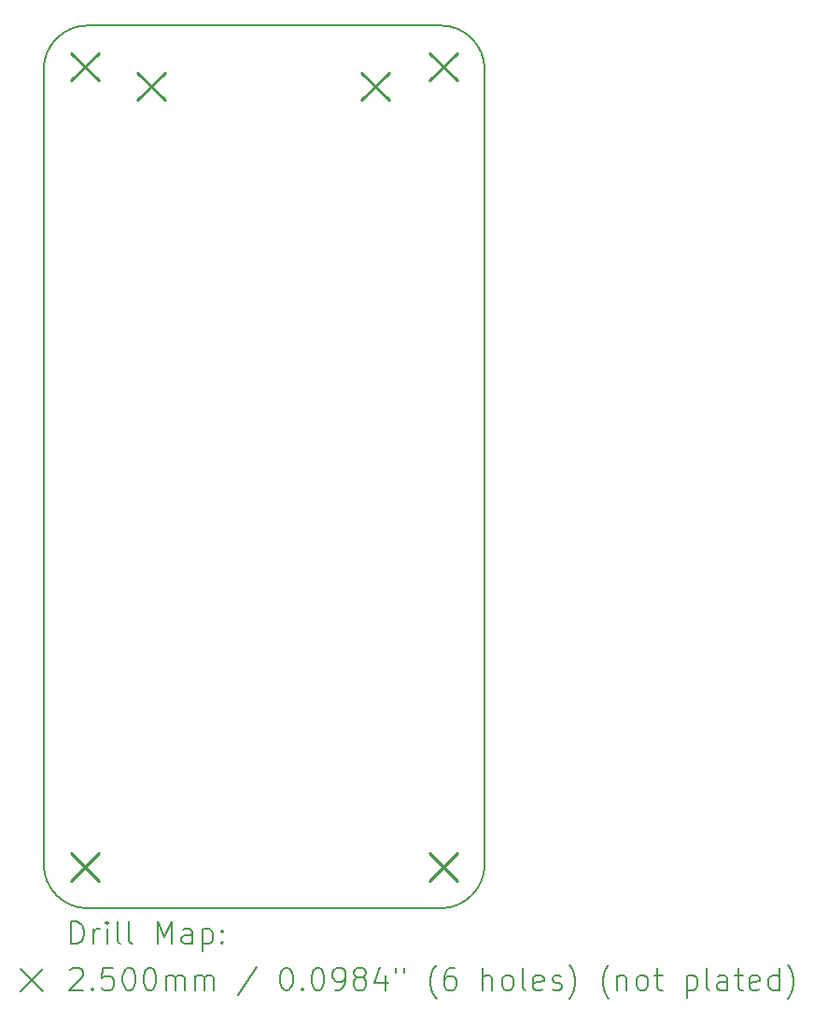
<source format=gbr>
%TF.GenerationSoftware,KiCad,Pcbnew,9.0.1-9.0.1-0~ubuntu24.04.1*%
%TF.CreationDate,2025-04-10T17:48:20-04:00*%
%TF.ProjectId,temperature_sensor,74656d70-6572-4617-9475-72655f73656e,rev?*%
%TF.SameCoordinates,Original*%
%TF.FileFunction,Drillmap*%
%TF.FilePolarity,Positive*%
%FSLAX45Y45*%
G04 Gerber Fmt 4.5, Leading zero omitted, Abs format (unit mm)*
G04 Created by KiCad (PCBNEW 9.0.1-9.0.1-0~ubuntu24.04.1) date 2025-04-10 17:48:20*
%MOMM*%
%LPD*%
G01*
G04 APERTURE LIST*
%ADD10C,0.200000*%
%ADD11C,0.250000*%
G04 APERTURE END LIST*
D10*
X16051700Y-5209400D02*
G75*
G02*
X16451700Y-5609400I0J-400000D01*
G01*
X16451700Y-12809400D02*
G75*
G02*
X16051700Y-13209400I-400000J0D01*
G01*
X16051700Y-13209400D02*
X12851700Y-13209400D01*
X16451700Y-5609400D02*
X16451700Y-12809400D01*
X12451700Y-12809400D02*
X12451700Y-5609400D01*
X12851700Y-13209400D02*
G75*
G02*
X12451700Y-12809400I0J400000D01*
G01*
X12451700Y-5609400D02*
G75*
G02*
X12851700Y-5209400I400000J0D01*
G01*
X12851700Y-5209400D02*
X16051700Y-5209400D01*
D11*
X12701700Y-5459400D02*
X12951700Y-5709400D01*
X12951700Y-5459400D02*
X12701700Y-5709400D01*
X12701700Y-12709400D02*
X12951700Y-12959400D01*
X12951700Y-12709400D02*
X12701700Y-12959400D01*
X13304100Y-5638200D02*
X13554100Y-5888200D01*
X13554100Y-5638200D02*
X13304100Y-5888200D01*
X15336100Y-5638200D02*
X15586100Y-5888200D01*
X15586100Y-5638200D02*
X15336100Y-5888200D01*
X15951700Y-5459400D02*
X16201700Y-5709400D01*
X16201700Y-5459400D02*
X15951700Y-5709400D01*
X15951700Y-12709400D02*
X16201700Y-12959400D01*
X16201700Y-12709400D02*
X15951700Y-12959400D01*
D10*
X12702477Y-13530884D02*
X12702477Y-13330884D01*
X12702477Y-13330884D02*
X12750096Y-13330884D01*
X12750096Y-13330884D02*
X12778667Y-13340408D01*
X12778667Y-13340408D02*
X12797715Y-13359455D01*
X12797715Y-13359455D02*
X12807239Y-13378503D01*
X12807239Y-13378503D02*
X12816762Y-13416598D01*
X12816762Y-13416598D02*
X12816762Y-13445169D01*
X12816762Y-13445169D02*
X12807239Y-13483265D01*
X12807239Y-13483265D02*
X12797715Y-13502312D01*
X12797715Y-13502312D02*
X12778667Y-13521360D01*
X12778667Y-13521360D02*
X12750096Y-13530884D01*
X12750096Y-13530884D02*
X12702477Y-13530884D01*
X12902477Y-13530884D02*
X12902477Y-13397550D01*
X12902477Y-13435646D02*
X12912001Y-13416598D01*
X12912001Y-13416598D02*
X12921524Y-13407074D01*
X12921524Y-13407074D02*
X12940572Y-13397550D01*
X12940572Y-13397550D02*
X12959620Y-13397550D01*
X13026286Y-13530884D02*
X13026286Y-13397550D01*
X13026286Y-13330884D02*
X13016762Y-13340408D01*
X13016762Y-13340408D02*
X13026286Y-13349931D01*
X13026286Y-13349931D02*
X13035810Y-13340408D01*
X13035810Y-13340408D02*
X13026286Y-13330884D01*
X13026286Y-13330884D02*
X13026286Y-13349931D01*
X13150096Y-13530884D02*
X13131048Y-13521360D01*
X13131048Y-13521360D02*
X13121524Y-13502312D01*
X13121524Y-13502312D02*
X13121524Y-13330884D01*
X13254858Y-13530884D02*
X13235810Y-13521360D01*
X13235810Y-13521360D02*
X13226286Y-13502312D01*
X13226286Y-13502312D02*
X13226286Y-13330884D01*
X13483429Y-13530884D02*
X13483429Y-13330884D01*
X13483429Y-13330884D02*
X13550096Y-13473741D01*
X13550096Y-13473741D02*
X13616762Y-13330884D01*
X13616762Y-13330884D02*
X13616762Y-13530884D01*
X13797715Y-13530884D02*
X13797715Y-13426122D01*
X13797715Y-13426122D02*
X13788191Y-13407074D01*
X13788191Y-13407074D02*
X13769143Y-13397550D01*
X13769143Y-13397550D02*
X13731048Y-13397550D01*
X13731048Y-13397550D02*
X13712001Y-13407074D01*
X13797715Y-13521360D02*
X13778667Y-13530884D01*
X13778667Y-13530884D02*
X13731048Y-13530884D01*
X13731048Y-13530884D02*
X13712001Y-13521360D01*
X13712001Y-13521360D02*
X13702477Y-13502312D01*
X13702477Y-13502312D02*
X13702477Y-13483265D01*
X13702477Y-13483265D02*
X13712001Y-13464217D01*
X13712001Y-13464217D02*
X13731048Y-13454693D01*
X13731048Y-13454693D02*
X13778667Y-13454693D01*
X13778667Y-13454693D02*
X13797715Y-13445169D01*
X13892953Y-13397550D02*
X13892953Y-13597550D01*
X13892953Y-13407074D02*
X13912001Y-13397550D01*
X13912001Y-13397550D02*
X13950096Y-13397550D01*
X13950096Y-13397550D02*
X13969143Y-13407074D01*
X13969143Y-13407074D02*
X13978667Y-13416598D01*
X13978667Y-13416598D02*
X13988191Y-13435646D01*
X13988191Y-13435646D02*
X13988191Y-13492788D01*
X13988191Y-13492788D02*
X13978667Y-13511836D01*
X13978667Y-13511836D02*
X13969143Y-13521360D01*
X13969143Y-13521360D02*
X13950096Y-13530884D01*
X13950096Y-13530884D02*
X13912001Y-13530884D01*
X13912001Y-13530884D02*
X13892953Y-13521360D01*
X14073905Y-13511836D02*
X14083429Y-13521360D01*
X14083429Y-13521360D02*
X14073905Y-13530884D01*
X14073905Y-13530884D02*
X14064382Y-13521360D01*
X14064382Y-13521360D02*
X14073905Y-13511836D01*
X14073905Y-13511836D02*
X14073905Y-13530884D01*
X14073905Y-13407074D02*
X14083429Y-13416598D01*
X14083429Y-13416598D02*
X14073905Y-13426122D01*
X14073905Y-13426122D02*
X14064382Y-13416598D01*
X14064382Y-13416598D02*
X14073905Y-13407074D01*
X14073905Y-13407074D02*
X14073905Y-13426122D01*
X12241700Y-13759400D02*
X12441700Y-13959400D01*
X12441700Y-13759400D02*
X12241700Y-13959400D01*
X12692953Y-13769931D02*
X12702477Y-13760408D01*
X12702477Y-13760408D02*
X12721524Y-13750884D01*
X12721524Y-13750884D02*
X12769143Y-13750884D01*
X12769143Y-13750884D02*
X12788191Y-13760408D01*
X12788191Y-13760408D02*
X12797715Y-13769931D01*
X12797715Y-13769931D02*
X12807239Y-13788979D01*
X12807239Y-13788979D02*
X12807239Y-13808027D01*
X12807239Y-13808027D02*
X12797715Y-13836598D01*
X12797715Y-13836598D02*
X12683429Y-13950884D01*
X12683429Y-13950884D02*
X12807239Y-13950884D01*
X12892953Y-13931836D02*
X12902477Y-13941360D01*
X12902477Y-13941360D02*
X12892953Y-13950884D01*
X12892953Y-13950884D02*
X12883429Y-13941360D01*
X12883429Y-13941360D02*
X12892953Y-13931836D01*
X12892953Y-13931836D02*
X12892953Y-13950884D01*
X13083429Y-13750884D02*
X12988191Y-13750884D01*
X12988191Y-13750884D02*
X12978667Y-13846122D01*
X12978667Y-13846122D02*
X12988191Y-13836598D01*
X12988191Y-13836598D02*
X13007239Y-13827074D01*
X13007239Y-13827074D02*
X13054858Y-13827074D01*
X13054858Y-13827074D02*
X13073905Y-13836598D01*
X13073905Y-13836598D02*
X13083429Y-13846122D01*
X13083429Y-13846122D02*
X13092953Y-13865169D01*
X13092953Y-13865169D02*
X13092953Y-13912788D01*
X13092953Y-13912788D02*
X13083429Y-13931836D01*
X13083429Y-13931836D02*
X13073905Y-13941360D01*
X13073905Y-13941360D02*
X13054858Y-13950884D01*
X13054858Y-13950884D02*
X13007239Y-13950884D01*
X13007239Y-13950884D02*
X12988191Y-13941360D01*
X12988191Y-13941360D02*
X12978667Y-13931836D01*
X13216762Y-13750884D02*
X13235810Y-13750884D01*
X13235810Y-13750884D02*
X13254858Y-13760408D01*
X13254858Y-13760408D02*
X13264382Y-13769931D01*
X13264382Y-13769931D02*
X13273905Y-13788979D01*
X13273905Y-13788979D02*
X13283429Y-13827074D01*
X13283429Y-13827074D02*
X13283429Y-13874693D01*
X13283429Y-13874693D02*
X13273905Y-13912788D01*
X13273905Y-13912788D02*
X13264382Y-13931836D01*
X13264382Y-13931836D02*
X13254858Y-13941360D01*
X13254858Y-13941360D02*
X13235810Y-13950884D01*
X13235810Y-13950884D02*
X13216762Y-13950884D01*
X13216762Y-13950884D02*
X13197715Y-13941360D01*
X13197715Y-13941360D02*
X13188191Y-13931836D01*
X13188191Y-13931836D02*
X13178667Y-13912788D01*
X13178667Y-13912788D02*
X13169143Y-13874693D01*
X13169143Y-13874693D02*
X13169143Y-13827074D01*
X13169143Y-13827074D02*
X13178667Y-13788979D01*
X13178667Y-13788979D02*
X13188191Y-13769931D01*
X13188191Y-13769931D02*
X13197715Y-13760408D01*
X13197715Y-13760408D02*
X13216762Y-13750884D01*
X13407239Y-13750884D02*
X13426286Y-13750884D01*
X13426286Y-13750884D02*
X13445334Y-13760408D01*
X13445334Y-13760408D02*
X13454858Y-13769931D01*
X13454858Y-13769931D02*
X13464382Y-13788979D01*
X13464382Y-13788979D02*
X13473905Y-13827074D01*
X13473905Y-13827074D02*
X13473905Y-13874693D01*
X13473905Y-13874693D02*
X13464382Y-13912788D01*
X13464382Y-13912788D02*
X13454858Y-13931836D01*
X13454858Y-13931836D02*
X13445334Y-13941360D01*
X13445334Y-13941360D02*
X13426286Y-13950884D01*
X13426286Y-13950884D02*
X13407239Y-13950884D01*
X13407239Y-13950884D02*
X13388191Y-13941360D01*
X13388191Y-13941360D02*
X13378667Y-13931836D01*
X13378667Y-13931836D02*
X13369143Y-13912788D01*
X13369143Y-13912788D02*
X13359620Y-13874693D01*
X13359620Y-13874693D02*
X13359620Y-13827074D01*
X13359620Y-13827074D02*
X13369143Y-13788979D01*
X13369143Y-13788979D02*
X13378667Y-13769931D01*
X13378667Y-13769931D02*
X13388191Y-13760408D01*
X13388191Y-13760408D02*
X13407239Y-13750884D01*
X13559620Y-13950884D02*
X13559620Y-13817550D01*
X13559620Y-13836598D02*
X13569143Y-13827074D01*
X13569143Y-13827074D02*
X13588191Y-13817550D01*
X13588191Y-13817550D02*
X13616763Y-13817550D01*
X13616763Y-13817550D02*
X13635810Y-13827074D01*
X13635810Y-13827074D02*
X13645334Y-13846122D01*
X13645334Y-13846122D02*
X13645334Y-13950884D01*
X13645334Y-13846122D02*
X13654858Y-13827074D01*
X13654858Y-13827074D02*
X13673905Y-13817550D01*
X13673905Y-13817550D02*
X13702477Y-13817550D01*
X13702477Y-13817550D02*
X13721524Y-13827074D01*
X13721524Y-13827074D02*
X13731048Y-13846122D01*
X13731048Y-13846122D02*
X13731048Y-13950884D01*
X13826286Y-13950884D02*
X13826286Y-13817550D01*
X13826286Y-13836598D02*
X13835810Y-13827074D01*
X13835810Y-13827074D02*
X13854858Y-13817550D01*
X13854858Y-13817550D02*
X13883429Y-13817550D01*
X13883429Y-13817550D02*
X13902477Y-13827074D01*
X13902477Y-13827074D02*
X13912001Y-13846122D01*
X13912001Y-13846122D02*
X13912001Y-13950884D01*
X13912001Y-13846122D02*
X13921524Y-13827074D01*
X13921524Y-13827074D02*
X13940572Y-13817550D01*
X13940572Y-13817550D02*
X13969143Y-13817550D01*
X13969143Y-13817550D02*
X13988191Y-13827074D01*
X13988191Y-13827074D02*
X13997715Y-13846122D01*
X13997715Y-13846122D02*
X13997715Y-13950884D01*
X14388191Y-13741360D02*
X14216763Y-13998503D01*
X14645334Y-13750884D02*
X14664382Y-13750884D01*
X14664382Y-13750884D02*
X14683429Y-13760408D01*
X14683429Y-13760408D02*
X14692953Y-13769931D01*
X14692953Y-13769931D02*
X14702477Y-13788979D01*
X14702477Y-13788979D02*
X14712001Y-13827074D01*
X14712001Y-13827074D02*
X14712001Y-13874693D01*
X14712001Y-13874693D02*
X14702477Y-13912788D01*
X14702477Y-13912788D02*
X14692953Y-13931836D01*
X14692953Y-13931836D02*
X14683429Y-13941360D01*
X14683429Y-13941360D02*
X14664382Y-13950884D01*
X14664382Y-13950884D02*
X14645334Y-13950884D01*
X14645334Y-13950884D02*
X14626286Y-13941360D01*
X14626286Y-13941360D02*
X14616763Y-13931836D01*
X14616763Y-13931836D02*
X14607239Y-13912788D01*
X14607239Y-13912788D02*
X14597715Y-13874693D01*
X14597715Y-13874693D02*
X14597715Y-13827074D01*
X14597715Y-13827074D02*
X14607239Y-13788979D01*
X14607239Y-13788979D02*
X14616763Y-13769931D01*
X14616763Y-13769931D02*
X14626286Y-13760408D01*
X14626286Y-13760408D02*
X14645334Y-13750884D01*
X14797715Y-13931836D02*
X14807239Y-13941360D01*
X14807239Y-13941360D02*
X14797715Y-13950884D01*
X14797715Y-13950884D02*
X14788191Y-13941360D01*
X14788191Y-13941360D02*
X14797715Y-13931836D01*
X14797715Y-13931836D02*
X14797715Y-13950884D01*
X14931048Y-13750884D02*
X14950096Y-13750884D01*
X14950096Y-13750884D02*
X14969144Y-13760408D01*
X14969144Y-13760408D02*
X14978667Y-13769931D01*
X14978667Y-13769931D02*
X14988191Y-13788979D01*
X14988191Y-13788979D02*
X14997715Y-13827074D01*
X14997715Y-13827074D02*
X14997715Y-13874693D01*
X14997715Y-13874693D02*
X14988191Y-13912788D01*
X14988191Y-13912788D02*
X14978667Y-13931836D01*
X14978667Y-13931836D02*
X14969144Y-13941360D01*
X14969144Y-13941360D02*
X14950096Y-13950884D01*
X14950096Y-13950884D02*
X14931048Y-13950884D01*
X14931048Y-13950884D02*
X14912001Y-13941360D01*
X14912001Y-13941360D02*
X14902477Y-13931836D01*
X14902477Y-13931836D02*
X14892953Y-13912788D01*
X14892953Y-13912788D02*
X14883429Y-13874693D01*
X14883429Y-13874693D02*
X14883429Y-13827074D01*
X14883429Y-13827074D02*
X14892953Y-13788979D01*
X14892953Y-13788979D02*
X14902477Y-13769931D01*
X14902477Y-13769931D02*
X14912001Y-13760408D01*
X14912001Y-13760408D02*
X14931048Y-13750884D01*
X15092953Y-13950884D02*
X15131048Y-13950884D01*
X15131048Y-13950884D02*
X15150096Y-13941360D01*
X15150096Y-13941360D02*
X15159620Y-13931836D01*
X15159620Y-13931836D02*
X15178667Y-13903265D01*
X15178667Y-13903265D02*
X15188191Y-13865169D01*
X15188191Y-13865169D02*
X15188191Y-13788979D01*
X15188191Y-13788979D02*
X15178667Y-13769931D01*
X15178667Y-13769931D02*
X15169144Y-13760408D01*
X15169144Y-13760408D02*
X15150096Y-13750884D01*
X15150096Y-13750884D02*
X15112001Y-13750884D01*
X15112001Y-13750884D02*
X15092953Y-13760408D01*
X15092953Y-13760408D02*
X15083429Y-13769931D01*
X15083429Y-13769931D02*
X15073906Y-13788979D01*
X15073906Y-13788979D02*
X15073906Y-13836598D01*
X15073906Y-13836598D02*
X15083429Y-13855646D01*
X15083429Y-13855646D02*
X15092953Y-13865169D01*
X15092953Y-13865169D02*
X15112001Y-13874693D01*
X15112001Y-13874693D02*
X15150096Y-13874693D01*
X15150096Y-13874693D02*
X15169144Y-13865169D01*
X15169144Y-13865169D02*
X15178667Y-13855646D01*
X15178667Y-13855646D02*
X15188191Y-13836598D01*
X15302477Y-13836598D02*
X15283429Y-13827074D01*
X15283429Y-13827074D02*
X15273906Y-13817550D01*
X15273906Y-13817550D02*
X15264382Y-13798503D01*
X15264382Y-13798503D02*
X15264382Y-13788979D01*
X15264382Y-13788979D02*
X15273906Y-13769931D01*
X15273906Y-13769931D02*
X15283429Y-13760408D01*
X15283429Y-13760408D02*
X15302477Y-13750884D01*
X15302477Y-13750884D02*
X15340572Y-13750884D01*
X15340572Y-13750884D02*
X15359620Y-13760408D01*
X15359620Y-13760408D02*
X15369144Y-13769931D01*
X15369144Y-13769931D02*
X15378667Y-13788979D01*
X15378667Y-13788979D02*
X15378667Y-13798503D01*
X15378667Y-13798503D02*
X15369144Y-13817550D01*
X15369144Y-13817550D02*
X15359620Y-13827074D01*
X15359620Y-13827074D02*
X15340572Y-13836598D01*
X15340572Y-13836598D02*
X15302477Y-13836598D01*
X15302477Y-13836598D02*
X15283429Y-13846122D01*
X15283429Y-13846122D02*
X15273906Y-13855646D01*
X15273906Y-13855646D02*
X15264382Y-13874693D01*
X15264382Y-13874693D02*
X15264382Y-13912788D01*
X15264382Y-13912788D02*
X15273906Y-13931836D01*
X15273906Y-13931836D02*
X15283429Y-13941360D01*
X15283429Y-13941360D02*
X15302477Y-13950884D01*
X15302477Y-13950884D02*
X15340572Y-13950884D01*
X15340572Y-13950884D02*
X15359620Y-13941360D01*
X15359620Y-13941360D02*
X15369144Y-13931836D01*
X15369144Y-13931836D02*
X15378667Y-13912788D01*
X15378667Y-13912788D02*
X15378667Y-13874693D01*
X15378667Y-13874693D02*
X15369144Y-13855646D01*
X15369144Y-13855646D02*
X15359620Y-13846122D01*
X15359620Y-13846122D02*
X15340572Y-13836598D01*
X15550096Y-13817550D02*
X15550096Y-13950884D01*
X15502477Y-13741360D02*
X15454858Y-13884217D01*
X15454858Y-13884217D02*
X15578667Y-13884217D01*
X15645334Y-13750884D02*
X15645334Y-13788979D01*
X15721525Y-13750884D02*
X15721525Y-13788979D01*
X16016763Y-14027074D02*
X16007239Y-14017550D01*
X16007239Y-14017550D02*
X15988191Y-13988979D01*
X15988191Y-13988979D02*
X15978668Y-13969931D01*
X15978668Y-13969931D02*
X15969144Y-13941360D01*
X15969144Y-13941360D02*
X15959620Y-13893741D01*
X15959620Y-13893741D02*
X15959620Y-13855646D01*
X15959620Y-13855646D02*
X15969144Y-13808027D01*
X15969144Y-13808027D02*
X15978668Y-13779455D01*
X15978668Y-13779455D02*
X15988191Y-13760408D01*
X15988191Y-13760408D02*
X16007239Y-13731836D01*
X16007239Y-13731836D02*
X16016763Y-13722312D01*
X16178668Y-13750884D02*
X16140572Y-13750884D01*
X16140572Y-13750884D02*
X16121525Y-13760408D01*
X16121525Y-13760408D02*
X16112001Y-13769931D01*
X16112001Y-13769931D02*
X16092953Y-13798503D01*
X16092953Y-13798503D02*
X16083429Y-13836598D01*
X16083429Y-13836598D02*
X16083429Y-13912788D01*
X16083429Y-13912788D02*
X16092953Y-13931836D01*
X16092953Y-13931836D02*
X16102477Y-13941360D01*
X16102477Y-13941360D02*
X16121525Y-13950884D01*
X16121525Y-13950884D02*
X16159620Y-13950884D01*
X16159620Y-13950884D02*
X16178668Y-13941360D01*
X16178668Y-13941360D02*
X16188191Y-13931836D01*
X16188191Y-13931836D02*
X16197715Y-13912788D01*
X16197715Y-13912788D02*
X16197715Y-13865169D01*
X16197715Y-13865169D02*
X16188191Y-13846122D01*
X16188191Y-13846122D02*
X16178668Y-13836598D01*
X16178668Y-13836598D02*
X16159620Y-13827074D01*
X16159620Y-13827074D02*
X16121525Y-13827074D01*
X16121525Y-13827074D02*
X16102477Y-13836598D01*
X16102477Y-13836598D02*
X16092953Y-13846122D01*
X16092953Y-13846122D02*
X16083429Y-13865169D01*
X16435810Y-13950884D02*
X16435810Y-13750884D01*
X16521525Y-13950884D02*
X16521525Y-13846122D01*
X16521525Y-13846122D02*
X16512001Y-13827074D01*
X16512001Y-13827074D02*
X16492953Y-13817550D01*
X16492953Y-13817550D02*
X16464382Y-13817550D01*
X16464382Y-13817550D02*
X16445334Y-13827074D01*
X16445334Y-13827074D02*
X16435810Y-13836598D01*
X16645334Y-13950884D02*
X16626287Y-13941360D01*
X16626287Y-13941360D02*
X16616763Y-13931836D01*
X16616763Y-13931836D02*
X16607239Y-13912788D01*
X16607239Y-13912788D02*
X16607239Y-13855646D01*
X16607239Y-13855646D02*
X16616763Y-13836598D01*
X16616763Y-13836598D02*
X16626287Y-13827074D01*
X16626287Y-13827074D02*
X16645334Y-13817550D01*
X16645334Y-13817550D02*
X16673906Y-13817550D01*
X16673906Y-13817550D02*
X16692953Y-13827074D01*
X16692953Y-13827074D02*
X16702477Y-13836598D01*
X16702477Y-13836598D02*
X16712001Y-13855646D01*
X16712001Y-13855646D02*
X16712001Y-13912788D01*
X16712001Y-13912788D02*
X16702477Y-13931836D01*
X16702477Y-13931836D02*
X16692953Y-13941360D01*
X16692953Y-13941360D02*
X16673906Y-13950884D01*
X16673906Y-13950884D02*
X16645334Y-13950884D01*
X16826287Y-13950884D02*
X16807239Y-13941360D01*
X16807239Y-13941360D02*
X16797715Y-13922312D01*
X16797715Y-13922312D02*
X16797715Y-13750884D01*
X16978668Y-13941360D02*
X16959620Y-13950884D01*
X16959620Y-13950884D02*
X16921525Y-13950884D01*
X16921525Y-13950884D02*
X16902477Y-13941360D01*
X16902477Y-13941360D02*
X16892953Y-13922312D01*
X16892953Y-13922312D02*
X16892953Y-13846122D01*
X16892953Y-13846122D02*
X16902477Y-13827074D01*
X16902477Y-13827074D02*
X16921525Y-13817550D01*
X16921525Y-13817550D02*
X16959620Y-13817550D01*
X16959620Y-13817550D02*
X16978668Y-13827074D01*
X16978668Y-13827074D02*
X16988192Y-13846122D01*
X16988192Y-13846122D02*
X16988192Y-13865169D01*
X16988192Y-13865169D02*
X16892953Y-13884217D01*
X17064382Y-13941360D02*
X17083430Y-13950884D01*
X17083430Y-13950884D02*
X17121525Y-13950884D01*
X17121525Y-13950884D02*
X17140573Y-13941360D01*
X17140573Y-13941360D02*
X17150096Y-13922312D01*
X17150096Y-13922312D02*
X17150096Y-13912788D01*
X17150096Y-13912788D02*
X17140573Y-13893741D01*
X17140573Y-13893741D02*
X17121525Y-13884217D01*
X17121525Y-13884217D02*
X17092953Y-13884217D01*
X17092953Y-13884217D02*
X17073906Y-13874693D01*
X17073906Y-13874693D02*
X17064382Y-13855646D01*
X17064382Y-13855646D02*
X17064382Y-13846122D01*
X17064382Y-13846122D02*
X17073906Y-13827074D01*
X17073906Y-13827074D02*
X17092953Y-13817550D01*
X17092953Y-13817550D02*
X17121525Y-13817550D01*
X17121525Y-13817550D02*
X17140573Y-13827074D01*
X17216763Y-14027074D02*
X17226287Y-14017550D01*
X17226287Y-14017550D02*
X17245334Y-13988979D01*
X17245334Y-13988979D02*
X17254858Y-13969931D01*
X17254858Y-13969931D02*
X17264382Y-13941360D01*
X17264382Y-13941360D02*
X17273906Y-13893741D01*
X17273906Y-13893741D02*
X17273906Y-13855646D01*
X17273906Y-13855646D02*
X17264382Y-13808027D01*
X17264382Y-13808027D02*
X17254858Y-13779455D01*
X17254858Y-13779455D02*
X17245334Y-13760408D01*
X17245334Y-13760408D02*
X17226287Y-13731836D01*
X17226287Y-13731836D02*
X17216763Y-13722312D01*
X17578668Y-14027074D02*
X17569144Y-14017550D01*
X17569144Y-14017550D02*
X17550096Y-13988979D01*
X17550096Y-13988979D02*
X17540573Y-13969931D01*
X17540573Y-13969931D02*
X17531049Y-13941360D01*
X17531049Y-13941360D02*
X17521525Y-13893741D01*
X17521525Y-13893741D02*
X17521525Y-13855646D01*
X17521525Y-13855646D02*
X17531049Y-13808027D01*
X17531049Y-13808027D02*
X17540573Y-13779455D01*
X17540573Y-13779455D02*
X17550096Y-13760408D01*
X17550096Y-13760408D02*
X17569144Y-13731836D01*
X17569144Y-13731836D02*
X17578668Y-13722312D01*
X17654858Y-13817550D02*
X17654858Y-13950884D01*
X17654858Y-13836598D02*
X17664382Y-13827074D01*
X17664382Y-13827074D02*
X17683430Y-13817550D01*
X17683430Y-13817550D02*
X17712001Y-13817550D01*
X17712001Y-13817550D02*
X17731049Y-13827074D01*
X17731049Y-13827074D02*
X17740573Y-13846122D01*
X17740573Y-13846122D02*
X17740573Y-13950884D01*
X17864382Y-13950884D02*
X17845334Y-13941360D01*
X17845334Y-13941360D02*
X17835811Y-13931836D01*
X17835811Y-13931836D02*
X17826287Y-13912788D01*
X17826287Y-13912788D02*
X17826287Y-13855646D01*
X17826287Y-13855646D02*
X17835811Y-13836598D01*
X17835811Y-13836598D02*
X17845334Y-13827074D01*
X17845334Y-13827074D02*
X17864382Y-13817550D01*
X17864382Y-13817550D02*
X17892954Y-13817550D01*
X17892954Y-13817550D02*
X17912001Y-13827074D01*
X17912001Y-13827074D02*
X17921525Y-13836598D01*
X17921525Y-13836598D02*
X17931049Y-13855646D01*
X17931049Y-13855646D02*
X17931049Y-13912788D01*
X17931049Y-13912788D02*
X17921525Y-13931836D01*
X17921525Y-13931836D02*
X17912001Y-13941360D01*
X17912001Y-13941360D02*
X17892954Y-13950884D01*
X17892954Y-13950884D02*
X17864382Y-13950884D01*
X17988192Y-13817550D02*
X18064382Y-13817550D01*
X18016763Y-13750884D02*
X18016763Y-13922312D01*
X18016763Y-13922312D02*
X18026287Y-13941360D01*
X18026287Y-13941360D02*
X18045334Y-13950884D01*
X18045334Y-13950884D02*
X18064382Y-13950884D01*
X18283430Y-13817550D02*
X18283430Y-14017550D01*
X18283430Y-13827074D02*
X18302477Y-13817550D01*
X18302477Y-13817550D02*
X18340573Y-13817550D01*
X18340573Y-13817550D02*
X18359620Y-13827074D01*
X18359620Y-13827074D02*
X18369144Y-13836598D01*
X18369144Y-13836598D02*
X18378668Y-13855646D01*
X18378668Y-13855646D02*
X18378668Y-13912788D01*
X18378668Y-13912788D02*
X18369144Y-13931836D01*
X18369144Y-13931836D02*
X18359620Y-13941360D01*
X18359620Y-13941360D02*
X18340573Y-13950884D01*
X18340573Y-13950884D02*
X18302477Y-13950884D01*
X18302477Y-13950884D02*
X18283430Y-13941360D01*
X18492954Y-13950884D02*
X18473906Y-13941360D01*
X18473906Y-13941360D02*
X18464382Y-13922312D01*
X18464382Y-13922312D02*
X18464382Y-13750884D01*
X18654858Y-13950884D02*
X18654858Y-13846122D01*
X18654858Y-13846122D02*
X18645335Y-13827074D01*
X18645335Y-13827074D02*
X18626287Y-13817550D01*
X18626287Y-13817550D02*
X18588192Y-13817550D01*
X18588192Y-13817550D02*
X18569144Y-13827074D01*
X18654858Y-13941360D02*
X18635811Y-13950884D01*
X18635811Y-13950884D02*
X18588192Y-13950884D01*
X18588192Y-13950884D02*
X18569144Y-13941360D01*
X18569144Y-13941360D02*
X18559620Y-13922312D01*
X18559620Y-13922312D02*
X18559620Y-13903265D01*
X18559620Y-13903265D02*
X18569144Y-13884217D01*
X18569144Y-13884217D02*
X18588192Y-13874693D01*
X18588192Y-13874693D02*
X18635811Y-13874693D01*
X18635811Y-13874693D02*
X18654858Y-13865169D01*
X18721525Y-13817550D02*
X18797715Y-13817550D01*
X18750096Y-13750884D02*
X18750096Y-13922312D01*
X18750096Y-13922312D02*
X18759620Y-13941360D01*
X18759620Y-13941360D02*
X18778668Y-13950884D01*
X18778668Y-13950884D02*
X18797715Y-13950884D01*
X18940573Y-13941360D02*
X18921525Y-13950884D01*
X18921525Y-13950884D02*
X18883430Y-13950884D01*
X18883430Y-13950884D02*
X18864382Y-13941360D01*
X18864382Y-13941360D02*
X18854858Y-13922312D01*
X18854858Y-13922312D02*
X18854858Y-13846122D01*
X18854858Y-13846122D02*
X18864382Y-13827074D01*
X18864382Y-13827074D02*
X18883430Y-13817550D01*
X18883430Y-13817550D02*
X18921525Y-13817550D01*
X18921525Y-13817550D02*
X18940573Y-13827074D01*
X18940573Y-13827074D02*
X18950096Y-13846122D01*
X18950096Y-13846122D02*
X18950096Y-13865169D01*
X18950096Y-13865169D02*
X18854858Y-13884217D01*
X19121525Y-13950884D02*
X19121525Y-13750884D01*
X19121525Y-13941360D02*
X19102477Y-13950884D01*
X19102477Y-13950884D02*
X19064382Y-13950884D01*
X19064382Y-13950884D02*
X19045335Y-13941360D01*
X19045335Y-13941360D02*
X19035811Y-13931836D01*
X19035811Y-13931836D02*
X19026287Y-13912788D01*
X19026287Y-13912788D02*
X19026287Y-13855646D01*
X19026287Y-13855646D02*
X19035811Y-13836598D01*
X19035811Y-13836598D02*
X19045335Y-13827074D01*
X19045335Y-13827074D02*
X19064382Y-13817550D01*
X19064382Y-13817550D02*
X19102477Y-13817550D01*
X19102477Y-13817550D02*
X19121525Y-13827074D01*
X19197716Y-14027074D02*
X19207239Y-14017550D01*
X19207239Y-14017550D02*
X19226287Y-13988979D01*
X19226287Y-13988979D02*
X19235811Y-13969931D01*
X19235811Y-13969931D02*
X19245335Y-13941360D01*
X19245335Y-13941360D02*
X19254858Y-13893741D01*
X19254858Y-13893741D02*
X19254858Y-13855646D01*
X19254858Y-13855646D02*
X19245335Y-13808027D01*
X19245335Y-13808027D02*
X19235811Y-13779455D01*
X19235811Y-13779455D02*
X19226287Y-13760408D01*
X19226287Y-13760408D02*
X19207239Y-13731836D01*
X19207239Y-13731836D02*
X19197716Y-13722312D01*
M02*

</source>
